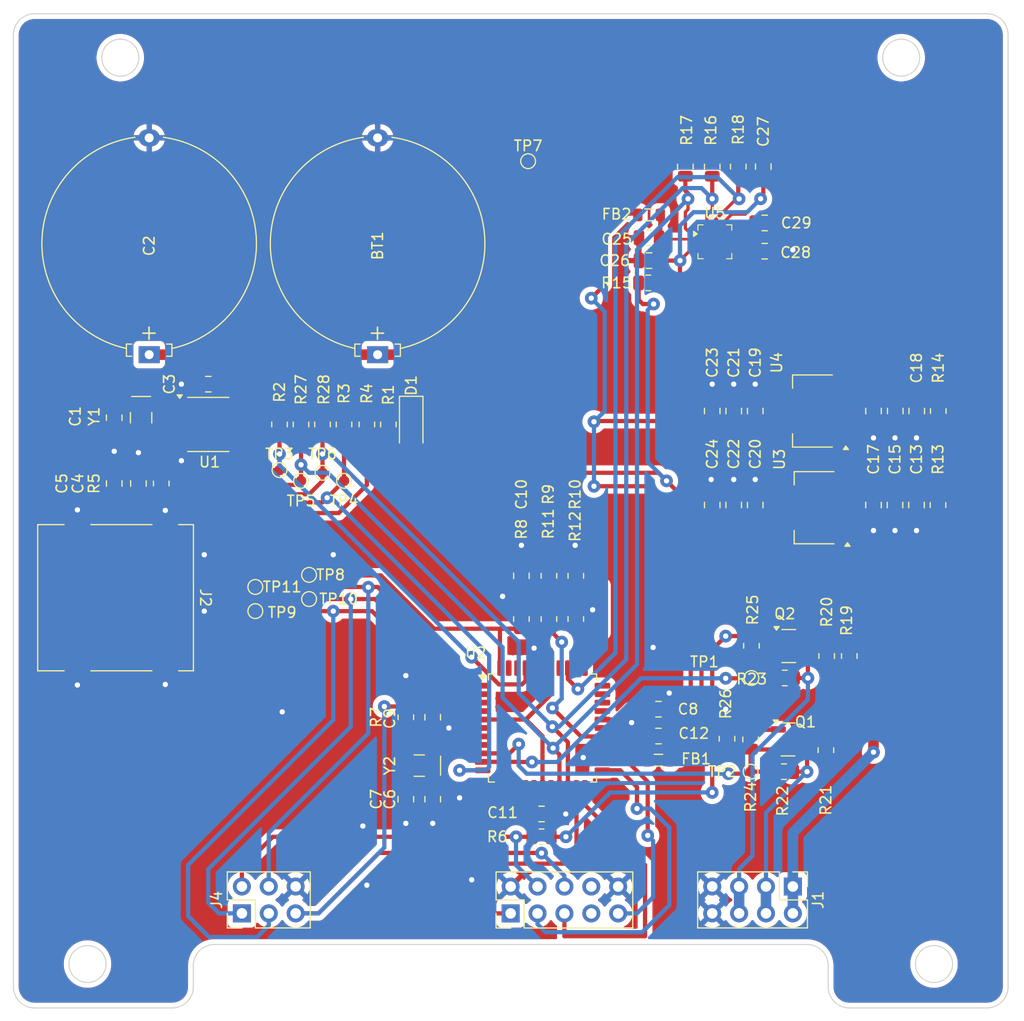
<source format=kicad_pcb>
(kicad_pcb (version 20241229) (generator "pcbnew") (generator_version "9.0")
  (layers (0 "F.Cu" signal) (2 "B.Cu" signal) (13 "F.Paste" user) (15 "B.Paste" user) (5 "F.SilkS" user "F.Silkscreen") (7 "B.SilkS" user "B.Silkscreen") (1 "F.Mask" user) (3 "B.Mask" user) (25 "Edge.Cuts" user))
  (net 0 "")
  (net 1 "GND")
  (net 2 "+3.3V")
  (net 3 "+3.3VA")
  (net 4 "Net-(D1-A)")
  (net 5 "/level_translator/RX")
  (net 6 "/level_translator/UART_RX")
  (net 7 "/level_translator/TX")
  (net 8 "/level_translator/UART_TX")
  (net 9 "+5V")
  (net 10 "/CLK0")
  (net 11 "/INT")
  (net 12 "/DRDY")
  (net 13 "/SCL")
  (net 14 "/SDA")
  (net 15 "/mc/TDI")
  (net 16 "/SS")
  (net 17 "/mc/TCK")
  (net 18 "/mc/TMS")
  (net 19 "/mc/TDO")
  (net 20 "/mc/~{RESET}")
  (net 21 "/SCK")
  (net 22 "/MOSI ")
  (net 23 "/MISO")
  (net 24 "Net-(BT1-+)")
  (net 25 "Net-(U1-OSCI)")
  (net 26 "Net-(U2-XTAL1)")
  (net 27 "Net-(U2-XTAL2)")
  (net 28 "Net-(U2-AREF)")
  (net 29 "Net-(U2-AVCC)")
  (net 30 "Net-(U3-VI)")
  (net 31 "Net-(U4-VI)")
  (net 32 "Net-(U5-AVDD)")
  (net 33 "Net-(U5-C1)")
  (net 34 "Net-(U5-CAD0)")
  (net 35 "Net-(U5-CAD1)")
  (net 40 "Net-(U2-PA3)")
  (net 41 "Net-(U2-PA2)")
  (net 59 "Net-(J2-VDD)")
  (net 60 "Net-(J3-VREF)")
  (net 61 "Net-(U5-DVDD)")
  (net 62 "Net-(Q1-G)")
  (net 63 "Net-(R1-Pad2)")
  (net 64 "Net-(R19-Pad2)")
  (footprint "Resistor_SMD:R_0805_2012Metric" (layer "F.Cu") (at 187 58.5)
    (property "Reference" "R15")
    (property "Value" "10")
  )
  (footprint "Inductor_SMD:L_0805_2012Metric" (layer "F.Cu") (at 187.071 52.07)
    (property "Reference" "FB2")
    (property "Value" "FerriteBead")
  )
  (footprint "Capacitor_SMD:C_0805_2012Metric" (layer "F.Cu") (at 187.067 56.393 180)
    (property "Reference" "C26")
    (property "Value" "0.22")
  )
  (footprint "Inductor_SMD:L_0805_2012Metric" (layer "F.Cu") (at 187.96 103.632 180)
    (property "Reference" "FB1")
    (property "Value" "FerriteBead")
  )
  (footprint "TestPoint:TestPoint_Pad_D1.0mm" (layer "F.Cu") (at 196.7465 95.85675)
    (property "Reference" "TP1")
    (property "Value" "TestPoint")
  )
  (footprint "Resistor_SMD:R_0805_2012Metric" (layer "F.Cu") (at 194.437 101.6 -90)
    (property "Reference" "R26")
    (property "Value" "10")
  )
  (footprint "Resistor_SMD:R_0805_2012Metric" (layer "F.Cu") (at 140.97 77.47 -90)
    (property "Reference" "R5")
    (property "Value" "10")
  )
  (footprint "Capacitor_SMD:C_0805_2012Metric" (layer "F.Cu") (at 175.006 86.1955 -90)
    (property "Reference" "C10")
    (property "Value" "0.22")
  )
  (footprint "Resistor_SMD:R_0805_2012Metric" (layer "F.Cu") (at 205.994 93.7768 -90)
    (property "Reference" "R19")
    (property "Value" "10")
  )
  (footprint "Resistor_SMD:R_0805_2012Metric" (layer "F.Cu") (at 156.21 71.882 -90)
    (property "Reference" "R28")
    (property "Value" "2.2k")
  )
  (footprint "Resistor_SMD:R_0805_2012Metric" (layer "F.Cu") (at 177.607 90.283 90)
    (property "Reference" "R11")
    (property "Value" "2.2k")
  )
  (footprint "Capacitor_SMD:C_0805_2012Metric" (layer "F.Cu") (at 166.624 99.568 90)
    (property "Reference" "C9")
    (property "Value" "0.22")
  )
  (footprint "Resistor_SMD:R_0805_2012Metric" (layer "F.Cu") (at 196.7465 92.80875 -90)
    (property "Reference" "R25")
    (property "Value" "2.2k")
  )
  (footprint "Resistor_SMD:R_0805_2012Metric" (layer "F.Cu") (at 203.8585 93.77775 90)
    (property "Reference" "R20")
    (property "Value" "2.2k")
  )
  (footprint "Capacitor_SMD:C_0805_2012Metric" (layer "F.Cu") (at 187.96 98.806 180)
    (property "Reference" "C8")
    (property "Value" "0.22")
  )
  (footprint "Crystal:Crystal_SMD_EuroQuartz_EQ161-2Pin_3.2x1.5mm" (layer "F.Cu") (at 139.065 71.247 -90)
    (property "Reference" "Y1")
    (property "Value" "32.768кГц")
  )
  (footprint "Capacitor_SMD:C_0805_2012Metric" (layer "F.Cu") (at 193.04 70.612 90)
    (property "Reference" "C23")
    (property "Value" "C")
  )
  (footprint "Battery:Battery_Panasonic_CR2032-HFN_Horizontal_CircularHoles" (layer "F.Cu") (at 139.826878 65.286 90)
    (property "Reference" "C2")
    (property "Value" "C_Polarized")
  )
  (footprint "Package_TO_SOT_SMD:SOT-23" (layer "F.Cu") (at 200.279 92.837)
    (property "Reference" "Q2")
    (property "Value" "BSS138")
  )
  (footprint "Capacitor_SMD:C_0805_2012Metric" (layer "F.Cu") (at 136.525 77.47 -90)
    (property "Reference" "C5")
    (property "Value" "100p")
  )
  (footprint "Capacitor_SMD:C_0805_2012Metric" (layer "F.Cu") (at 136.525 71.247 -90)
    (property "Reference" "C1")
    (property "Value" "22p")
  )
  (footprint "Capacitor_SMD:C_0805_2012Metric" (layer "F.Cu") (at 195.072 70.612 90)
    (property "Reference" "C21")
    (property "Value" "C")
  )
  (footprint "Capacitor_SMD:C_0805_2012Metric" (layer "F.Cu") (at 176.911 108.712 180)
    (property "Reference" "C11")
    (property "Value" "0.22")
  )
  (footprint "TestPoint:TestPoint_Pad_D1.0mm" (layer "F.Cu") (at 149.86 87.249)
    (property "Reference" "TP11")
    (property "Value" "TestPoint")
  )
  (footprint "Capacitor_SMD:C_0805_2012Metric" (layer "F.Cu") (at 208.28 70.612 -90)
    (property "Reference" "C16" (hide yes))
    (property "Value" "C")
  )
  (footprint "TestPoint:TestPoint_Pad_D1.0mm" (layer "F.Cu") (at 196.668 104.714)
    (property "Reference" "TP2")
    (property "Value" "TestPoint")
  )
  (footprint "Resistor_SMD:R_0805_2012Metric" (layer "F.Cu") (at 196.668 101.666 -90)
    (property "Reference" "R24")
    (property "Value" "2.2k")
  )
  (footprint "Capacitor_SMD:C_0805_2012Metric" (layer "F.Cu") (at 197.104 79.502 90)
    (property "Reference" "C20")
    (property "Value" "4.7")
  )
  (footprint "Resistor_SMD:R_0805_2012Metric" (layer "F.Cu") (at 160.401 71.882 -90)
    (property "Reference" "R4")
    (property "Value" "10")
  )
  (footprint "Capacitor_SMD:C_0805_2012Metric" (layer "F.Cu") (at 166.624 107.315 -90)
    (property "Reference" "C6")
    (property "Value" "22p")
  )
  (footprint "TestPoint:TestPoint_Pad_D1.0mm" (layer "F.Cu") (at 156.21 76.454)
    (property "Reference" "TP6")
    (property "Value" "SDA")
  )
  (footprint "Resistor_SMD:R_0805_2012Metric" (layer "F.Cu") (at 180.147 86.1955 90)
    (property "Reference" "R10")
    (property "Value" "2.2k")
  )
  (footprint "TestPoint:TestPoint_Pad_D1.0mm" (layer "F.Cu") (at 175.641 46.99)
    (property "Reference" "TP7")
    (property "Value" "TestPoint")
  )
  (footprint "Capacitor_SMD:C_0805_2012Metric" (layer "F.Cu") (at 198 55.5)
    (property "Reference" "C28")
    (property "Value" "4.7")
  )
  (footprint "TestPoint:TestPoint_Pad_D1.0mm" (layer "F.Cu") (at 154.94 88.392)
    (property "Reference" "TP10")
    (property "Value" "TestPoint")
  )
  (footprint "Resistor_SMD:R_0805_2012Metric" (layer "F.Cu") (at 176.911 110.871 180)
    (property "Reference" "R6")
    (property "Value" "10")
  )
  (footprint "Capacitor_SMD:C_0805_2012Metric" (layer "F.Cu") (at 164.084 107.315 -90)
    (property "Reference" "C7")
    (property "Value" "22p")
  )
  (footprint "Diode_SMD:D_MiniMELF" (layer "F.Cu") (at 164.592 71.882 -90)
    (property "Reference" "D1")
    (property "Value" "LL42")
  )
  (footprint "Connector_PinHeader_2.54mm:PinHeader_2x04_P2.54mm_Vertical" (layer "F.Cu") (at 200.66 115.57 -90)
    (property "Reference" "J1")
    (property "Value" "Conn_01x08_Pin")
  )
  (footprint "Resistor_SMD:R_0805_2012Metric" (layer "F.Cu") (at 162.433 71.882 90)
    (property "Reference" "R1")
    (property "Value" "10")
  )
  (footprint "Resistor_SMD:R_0805_2012Metric" (layer "F.Cu") (at 158.242 71.882 -90)
    (property "Reference" "R3")
    (property "Value" "2.2k")
  )
  (footprint "Resistor_SMD:R_0805_2012Metric" (layer "F.Cu") (at 180.147 90.283 90)
    (property "Reference" "R12")
    (property "Value" "2.2k")
  )
  (footprint "Resistor_SMD:R_0805_2012Metric" (layer "F.Cu") (at 164.084 99.568 90)
    (property "Reference" "R7")
    (property "Value" "2.2k")
  )
  (footprint "Resistor_SMD:R_0805_2012Metric" (layer "F.Cu") (at 190.5 47.498 -90)
    (property "Reference" "R17")
    (property "Value" "2.2k")
  )
  (footprint "Resistor_SMD:R_0805_2012Metric" (layer "F.Cu") (at 214.401 70.612 90)
    (property "Reference" "R14")
    (property "Value" "1")
  )
  (footprint "Resistor_SMD:R_0805_2012Metric" (layer "F.Cu") (at 199.8195 104.714 180)
    (property "Reference" "R22")
    (property "Value" "0")
  )
  (footprint "Connector_Card:microSD_HC_Molex_47219-2001" (layer "F.Cu") (at 136.652 88.265 -90)
    (property "Reference" "J2")
    (property "Value" "Micro_SD_Card")
  )
  (footprint "Package_SO:SOIC-8_3.9x4.9mm_P1.27mm" (layer "F.Cu") (at 145.415 71.882)
    (property "Reference" "U1")
    (property "Value" "PCF8563T")
  )
  (footprint "TestPoint:TestPoint_Pad_D1.0mm" (layer "F.Cu") (at 149.86 89.535)
    (property "Reference" "TP9")
    (property "Value" "TestPoint")
  )
  (footprint "Connector_PinHeader_2.54mm:PinHeader_2x03_P2.54mm_Vertical" (layer "F.Cu") (at 148.59 118.11 90)
    (property "Reference" "J4")
    (property "Value" "AVR-ISP-6")
  )
  (footprint "Crystal:Crystal_SMD_EuroQuartz_EQ161-2Pin_3.2x1.5mm" (layer "F.Cu") (at 165.354 104.14 180)
    (property "Reference" "Y2")
    (property "Value" "7.3728MHz")
  )
  (footprint "Capacitor_SMD:C_0805_2012Metric" (layer "F.Cu") (at 197.104 70.612 90)
    (property "Reference" "C19")
    (property "Value" "4.7")
  )
  (footprint "Battery:Battery_Panasonic_CR2032-HFN_Horizontal_CircularHoles" (layer "F.Cu") (at 161.416878 65.286 90)
    (property "Reference" "BT1")
    (property "Value" "Battery_Cell")
  )
  (footprint "Package_QFP:TQFP-44_10x10mm_P0.8mm" (layer "F.Cu") (at 177 100.584)
    (property "Reference" "U2")
    (property "Value" "ATmega32A-A")
  )
  (footprint "Capacitor_SMD:C_0805_2012Metric" (layer "F.Cu") (at 138.811 77.47 -90)
    (property "Reference" "C4")
    (property "Value" "0.22")
  )
  (footprint "TestPoint:TestPoint_Pad_D1.0mm" (layer "F.Cu") (at 154.94 86.106)
    (property "Reference" "TP8")
    (property "Value" "TestPoint")
  )
  (footprint "Capacitor_SMD:C_0805_2012Metric" (layer "F.Cu") (at 195.072 79.502 90)
    (property "Reference" "C22")
    (property "Value" "C")
  )
  (footprint "Resistor_SMD:R_0805_2012Metric" (layer "F.Cu") (at 152.146 71.882 -90)
    (property "Reference" "R2")
    (property "Value" "2.2k")
  )
  (footprint "Resistor_SMD:R_0805_2012Metric" (layer "F.Cu") (at 214.376 79.502 90)
    (property "Reference" "R13")
    (property "Value" "1")
  )
  (footprint "Package_TO_SOT_SMD:SOT-223-3_TabPin2" (layer "F.Cu") (at 202.54 70.612 180)
    (property "Reference" "U4")
    (property "Value" "AMS1117-3.3")
  )
  (footprint "Capacitor_SMD:C_0805_2012Metric" (layer "F.Cu") (at 212.369 70.612 -90)
    (property "Reference" "C18")
    (property "Value" "4.7")
  )
  (footprint "Resistor_SMD:R_0805_2012Metric" (layer "F.Cu") (at 203.78 102.682 90)
    (property "Reference" "R21")
    (property "Value" "2.2k")
  )
  (footprint "Resistor_SMD:R_0805_2012Metric" (layer "F.Cu") (at 175.006 90.283 -90)
    (property "Reference" "R8")
    (property "Value" "2.2k")
  )
  (footprint "Capacitor_SMD:C_0805_2012Metric" (layer "F.Cu") (at 210.312 79.502 -90)
    (property "Reference" "C15")
    (property "Value" "C")
  )
  (footprint "Capacitor_SMD:C_0805_2012Metric" (layer "F.Cu") (at 198 52.832)
    (property "Reference" "C29")
    (property "Value" "0.22")
  )
  (footprint "Connector_PinHeader_2.54mm:PinHeader_2x05_P2.54mm_Vertical" (layer "F.Cu") (at 173.99 118.115 90)
    (property "Reference" "J3" (hide yes))
    (property "Value" "AVR-JTAG-10")
  )
  (footprint "Capacitor_SMD:C_0805_2012Metric" (layer "F.Cu") (at 145.415 68.072)
    (property "Reference" "C3")
    (property "Value" "0.1")
  )
  (footprint "Capacitor_SMD:C_0805_2012Metric" (layer "F.Cu") (at 187.067 54.234 180)
    (property "Reference" "C25")
    (property "Value" "0.22")
  )
  (footprint "Package_TO_SOT_SMD:SOT-23" (layer "F.Cu") (at 200.2005 101.666)
    (property "Reference" "Q1")
    (property "Value" "BSS138")
  )
  (footprint "Resistor_SMD:R_0805_2012Metric" (layer "F.Cu") (at 177.607 86.1955 90)
    (property "Reference" "R9")
    (property "Value" "2.2k")
  )
  (footprint "Capacitor_SMD:C_0805_2012Metric" (layer "F.Cu") (at 197.866 47.5 90)
    (property "Reference" "C27")
    (property "Value" "0.22")
  )
  (footprint "Resistor_SMD:R_0805_2012Metric" (layer "F.Cu") (at 154.178 71.882 -90)
    (property "Reference" "R27")
    (property "Value" "2.2k")
  )
  (footprint "Capacitor_SMD:C_0805_2012Metric" (layer "F.Cu") (at 193.0396 79.502 90)
    (property "Reference" "C24")
    (property "Value" "C")
  )
  (footprint "Capacitor_SMD:C_0805_2012Metric" (layer "F.Cu") (at 187.96 101.346)
    (property "Reference" "C12")
    (property "Value" "0.22")
  )
  (footprint "Resistor_SMD:R_0805_2012Metric" (layer "F.Cu") (at 199.898 95.85675 180)
    (property "Reference" "R23")
    (property "Value" "0")
  )
  (footprint "Package_LGA:LGA-16_3x3mm_P0.5mm" (layer "F.Cu") (at 193.29 54.615)
    (property "Reference" "U5")
    (property "Value" "qmc5883l")
  )
  (footprint "TestPoint:TestPoint_Pad_D1.0mm" (layer "F.Cu") (at 152.146 76.2)
    (property "Reference" "TP3")
    (property "Value" "TestPoint")
  )
  (footprint "TestPoint:TestPoint_Pad_D1.0mm" (layer "F.Cu") (at 158.242 77.216)
    (property "Reference" "TP4")
    (property "Value" "TestPoint")
  )
  (footprint "Package_TO_SOT_SMD:SOT-223-3_TabPin2" (layer "F.Cu") (at 202.692 79.756 180)
    (property "Reference" "U3")
    (property "Value" "AMS1117-3.3")
  )
  (footprint "Resistor_SMD:R_0805_2012Metric" (layer "F.Cu") (at 195.5 47.5 -90)
    (property "Reference" "R18")
    (property "Value" "2.2k")
  )
  (footprint "Capacitor_SMD:C_0805_2012Metric" (layer "F.Cu") (at 212.344 79.502 -90)
    (property "Reference" "C13")
    (property "Value" "C")
  )
  (footprint "TestPoint:TestPoint_Pad_D1.0mm" (layer "F.Cu") (at 154.178 77.216)
    (property "Reference" "TP5")
    (property "Value" "SCL")
  )
  (footprint "Capacitor_SMD:C_0805_2012Metric" (layer "F.Cu") (at 208.28 79.502 -90)
    (property "Reference" "C17")
    (property "Value" "4.7")
  )
  (footprint "Capacitor_SMD:C_0805_2012Metric" (layer "F.Cu") (at 210.337 70.612 -90)
    (property "Reference" "C14" (hide yes))
    (property "Value" "C")
  )
  (footprint "Resistor_SMD:R_0805_2012Metric" (layer "F.Cu") (at 193.04 47.5 -90)
    (property "Reference" "R16")
    (property "Value" "2.2k")
  )
  (gr_arc (start 144 125.052) (mid 143.414214 126.466214) (end 142 127.052) (stroke (width 0.1)) (layer "Edge.Cuts"))
  (gr_arc (start 129 127.052) (mid 127.585786 126.466214) (end 127 125.052) (stroke (width 0.1)) (layer "Edge.Cuts"))
  (gr_arc (start 219 33.052) (mid 220.414214 33.637786) (end 221 35.052) (stroke (width 0.1)) (layer "Edge.Cuts"))
  (gr_line (start 144 123.052) (end 144 125.052) (stroke (width 0.1)) (layer "Edge.Cuts"))
  (gr_line (start 204 123.052) (end 204 125.052) (stroke (width 0.1)) (layer "Edge.Cuts"))
  (gr_arc (start 127 35.052) (mid 127.585786 33.637786) (end 129 33.052) (stroke (width 0.1)) (layer "Edge.Cuts"))
  (gr_circle (center 210.9 37.202) (end 212.65 37.202) (stroke (width 0.1)) (fill no) (layer "Edge.Cuts"))
  (gr_line (start 174 121.052) (end 202 121.052) (stroke (width 0.1)) (layer "Edge.Cuts"))
  (gr_line (start 206 127.052) (end 219 127.052) (stroke (width 0.1)) (layer "Edge.Cuts"))
  (gr_line (start 219 33.052) (end 129 33.052) (stroke (width 0.1)) (layer "Edge.Cuts"))
  (gr_circle (center 214 122.902) (end 215.75 122.902) (stroke (width 0.1)) (fill no) (layer "Edge.Cuts"))
  (gr_circle (center 137.1 37.202) (end 138.85 37.202) (stroke (width 0.1)) (fill no) (layer "Edge.Cuts"))
  (gr_line (start 174 121.052) (end 146 121.052) (stroke (width 0.1)) (layer "Edge.Cuts"))
  (gr_line (start 129 127.052) (end 142 127.052) (stroke (width 0.1)) (layer "Edge.Cuts"))
  (gr_line (start 127 35.052) (end 127 125.052) (stroke (width 0.1)) (layer "Edge.Cuts"))
  (gr_arc (start 206 127.052) (mid 204.585786 126.466214) (end 204 125.052) (stroke (width 0.1)) (layer "Edge.Cuts"))
  (gr_circle (center 134 122.902) (end 135.75 122.902) (stroke (width 0.1)) (fill no) (layer "Edge.Cuts"))
  (gr_arc (start 144 123.052) (mid 144.585786 121.637786) (end 146 121.052) (stroke (width 0.1)) (layer "Edge.Cuts"))
  (gr_arc (start 202 121.052) (mid 203.414214 121.637786) (end 204 123.052) (stroke (width 0.1)) (layer "Edge.Cuts"))
  (gr_arc (start 221 125.052) (mid 220.414214 126.466214) (end 219 127.052) (stroke (width 0.1)) (layer "Edge.Cuts"))
  (gr_line (start 221 125.052) (end 221 35.052) (stroke (width 0.1)) (layer "Edge.Cuts"))
  (segment (start 200.152 55.372) (end 200.024 55.5) (width 0.4) (layer "F.Cu") (net 1))
  (segment (start 196.088 56.896) (end 200.66 56.896) (width 0.3) (layer "F.Cu") (net 1))
  (segment (start 144.465 68.072) (end 144.465 71.247) (width 0.3) (layer "F.Cu") (net 1))
  (segment (start 133.052 95.14) (end 133.052 96.5132) (width 1) (layer "F.Cu") (net 1))
  (segment (start 171.3375 100.584) (end 168.148 100.584) (width 0.4) (layer "F.Cu") (net 1))
  (segment (start 195.58 56.388) (end 196.088 56.896) (width 0.3) (layer "F.Cu") (net 1))
  (segment (start 185.42 100.076) (end 184.912 100.584) (width 0.4) (layer "F.Cu") (net 1))
  (segment (start 195.58 55.88) (end 195.58 56.388) (width 0.3) (layer "F.Cu") (net 1))
  (segment (start 200.651 54.365) (end 200.66 54.356) (width 0.3) (layer "F.Cu") (net 1))
  (segment (start 141.352 80.011) (end 141.351 80.01) (width 1) (layer "F.Cu") (net 1))
  (segment (start 200.66 54.356) (end 200.66 55.372) (width 0.3) (layer "F.Cu") (net 1))
  (segment (start 200.66 56.896) (end 200.66 55.372) (width 0.3) (layer "F.Cu") (net 1))
  (segment (start 195.065 55.365) (end 195.58 55.88) (width 0.3) (layer "F.Cu") (net 1))
  (segment (start 184.912 100.584) (end 182.6625 100.584) (width 0.4) (layer "F.Cu") (net 1))
  (segment (start 133.052 96.5132) (end 133.0452 96.52) (width 1) (layer "F.Cu") (net 1))
  (segment (start 144.465 71.247) (end 142.94 71.247) (width 0.3) (layer "F.Cu") (net 1))
  (segment (start 141.352 95.14) (end 141.352 96.4692) (width 1) (layer "F.Cu") (net 1))
  (segment (start 164.084 108.265) (end 166.624 108.265) (width 0.4) (layer "F.Cu") (net 1))
  (segment (start 168.148 100.584) (end 166.624 100.584) (width 0.4) (layer "F.Cu") (net 1))
  (segment (start 177.8 106.2465) (end 177.8 108.651) (width 0.4) (layer "F.Cu") (net 1))
  (segment (start 177.8 108.651) (end 177.861 108.712) (width 0.4) (layer "F.Cu") (net 1))
  (segment (start 194.565 54.365) (end 200.651 54.365) (width 0.3) (layer "F.Cu") (net 1))
  (segment (start 141.352 96.4692) (end 141.352 96.519) (width 1) (layer "F.Cu") (net 1))
  (segment (start 176.201349 93.397349) (end 177 94.196) (width 0.4) (layer "F.Cu") (net 1))
  (segment (start 177 96.177) (end 177 94.9215) (width 0.4) (layer "F.Cu") (net 1))
  (segment (start 200.024 55.5) (end 198.95 55.5) (width 0.4) (layer "F.Cu") (net 1))
  (segment (start 141.352 96.519) (end 141.351 96.52) (width 1) (layer "F.Cu") (net 1))
  (segment (start 177 94.196) (end 177 94.9215) (width 0.4) (layer "F.Cu") (net 1))
  (segment (start 133.052 79.966) (end 133.0452 79.9592) (width 1) (layer "F.Cu") (net 1))
  (segment (start 194.565 55.365) (end 195.065 55.365) (width 0.3) (layer "F.Cu") (net 1))
  (segment (start 176.201349 93.033563) (end 176.201349 93.397349) (width 0.4) (layer "F.Cu") (net 1))
  (segment (start 200.66 55.372) (end 200.152 55.372) (width 0.4) (layer "F.Cu") (net 1))
  (via (at 164.084 109.601) (size 1.2) (drill 0.5) (layers "F.Cu" "B.Cu") (net 1))
  (via (at 188.976 97.282) (size 1.2) (drill 0.5) (layers "F.Cu" "B.Cu") (net 1))
  (via (at 160.401 115.443) (size 1.2) (drill 0.5) (layers "F.Cu" "B.Cu") (net 1))
  (via (at 133.0452 96.52) (size 1.2) (drill 0.5) (layers "F.Cu" "B.Cu") (net 1))
  (via (at 170.307 114.935) (size 1.2) (drill 0.5) (layers "F.Cu" "B.Cu") (net 1))
  (via (at 142.875 75.311) (size 1.2) (drill 0.5) (layers "F.Cu" "B.Cu") (net 1))
  (via (at 168.148 100.584) (size 1.2) (drill 0.5) (layers "F.Cu" "B.Cu") (net 1))
  (via (at 185.42 100.076) (size 1.2) (drill 0.5) (layers "F.Cu" "B.Cu") (net 1))
  (via (at 195.072 77.089) (size 1.2) (drill 0.5) (layers "F.Cu" "B.Cu") (net 1))
  (via (at 164.084 95.631) (size 1.2) (drill 0.5) (layers "F.Cu" "B.Cu") (net 1))
  (via (at 180.086 83.312) (size 1.2) (drill 0.5) (layers "F.Cu" "B.Cu") (net 1))
  (via (at 138.811 74.549) (size 1.2) (drill 0.5) (layers "F.Cu" "B.Cu") (net 1))
  (via (at 194.31 98.806) (size 1.2) (drill 0.5) (layers "F.Cu" "B.Cu") (net 1))
  (via (at 145.034 89.535) (size 1.2) (drill 0.5) (layers "F.Cu" "B.Cu") (net 1))
  (via (at 200.66 55.372) (size 1.2) (drill 0.5) (layers "F.Cu" "B.Cu") (net 1))
  (via (at 208.28 73.152) (size 1.2) (drill 0.5) (layers "F.Cu" "B.Cu") (net 1))
  (via (at 181.737 89.408) (size 1.2) (drill 0.5) (layers "F.Cu" "B.Cu") (net 1))
  (via (at 136.525 74.422) (size 1.2) (drill 0.5) (layers "F.Cu" "B.Cu") (net 1))
  (via (at 152.4 99.06) (size 1.2) (drill 0.5) (layers "F.Cu" "B.Cu") (net 1))
  (via (at 157.226 84.201) (size 1.2) (drill 0.5) (layers "F.Cu" "B.Cu") (net 1))
  (via (at 197.104 77.089) (size 1.2) (drill 0.5) (layers "F.Cu" "B.Cu") (net 1))
  (via (at 160.02 109.855) (size 1.2) (drill 0.5) (layers "F.Cu" "B.Cu") (net 1))
  (via (at 133.0452 79.9592) (size 1.2) (drill 0.5) (layers "F.Cu" "B.Cu") (net 1))
  (via (at 142.875 68.072) (size 1.2) (drill 0.5) (layers "F.Cu" "B.Cu") (net 1))
  (via (at 187.452 92.964) (size 1.2) (drill 0.5) (layers "F.Cu" "B.Cu") (net 1))
  (via (at 193.04 68.072) (size 1.2) (drill 0.5) (layers "F.Cu" "B.Cu") (net 1))
  (via (at 179.197 108.712) (size 1.2) (drill 0.5) (layers "F.Cu" "B.Cu") (net 1))
  (via (at 195.072 68.072) (size 1.2) (drill 0.5) (layers "F.Cu" "B.Cu") (net 1))
  (via (at 141.351 80.01) (size 1.2) (drill 0.5) (layers "F.Cu" "B.Cu") (net 1))
  (via (at 166.624 109.601) (size 1.2) (drill 0.5) (layers "F.Cu" "B.Cu") (net 1))
  (via (at 175.006 83.312) (size 1.2) (drill 0.5) (layers "F.Cu" "B.Cu") (net 1))
  (via (at 145.034 84.201) (size 1.2) (drill 0.5) (layers "F.Cu" "B.Cu") (net 1))
  (via (at 212.344 73.152) (size 1.2) (drill 0.5) (layers "F.Cu" "B.Cu") (net 1))
  (via (at 169.164 107.188) (size 1.2) (drill 0.5) (layers "F.Cu" "B.Cu") (net 1))
  (via (at 176.201349 93.033563) (size 1.2) (drill 0.5) (layers "F.Cu" "B.Cu") (net 1))
  (via (at 210.312 73.152) (size 1.2) (drill 0.5) (layers "F.Cu" "B.Cu") (net 1))
  (via (at 212.344 81.915) (size 1.2) (drill 0.5) (layers "F.Cu" "B.Cu") (net 1))
  (via (at 210.312 81.915) (size 1.2) (drill 0.5) (layers "F.Cu" "B.Cu") (net 1))
  (via (at 141.352 96.4692) (size 1.2) (drill 0.5) (layers "F.Cu" "B.Cu") (net 1))
  (via (at 208.28 81.915) (size 1.2) (drill 0.5) (layers "F.Cu" "B.Cu") (net 1))
  (via (at 173.228 88.138) (size 1.2) (drill 0.5) (layers "F.Cu" "B.Cu") (net 1))
  (via (at 192.938 77.089) (size 1.2) (drill 0.5) (layers "F.Cu" "B.Cu") (net 1))
  (via (at 180.848 103.378) (size 1.2) (drill 0.5) (layers "F.Cu" "B.Cu") (net 1))
  (via (at 197.104 68.072) (size 1.2) (drill 0.5) (layers "F.Cu" "B.Cu") (net 1))
  (segment (start 193.294 118.11) (end 193.04 117.856) (width 0.4) (layer "B.Cu") (net 1))
  (segment (start 193.04 115.824) (end 193.294 115.57) (width 0.4) (layer "B.Cu") (net 1))
  (segment (start 193.04 106.68) (end 193.04 102.5125) (width 0.4) (layer "F.Cu") (net 2))
  (segment (start 192.024 82.804) (end 193.0396 81.7884) (width 0.4) (layer "F.Cu") (net 2))
  (segment (start 195.072 80.452) (end 197.104 80.452) (width 0.4) (layer "F.Cu") (net 2))
  (segment (start 187.96 76.454) (end 160.401 76.454) (width 0.4) (layer "F.Cu") (net 2))
  (segment (start 160.401 72.7945) (end 160.401 76.454) (width 0.4) (layer "F.Cu") (net 2))
  (segment (start 193.1435 102.5125) (end 194.437 102.5125) (width 0.4) (layer "F.Cu") (net 2))
  (segment (start 188.722 77.216) (end 187.96 76.454) (width 0.4) (layer "F.Cu") (net 2))
  (segment (start 205.842 79.756) (end 199.542 79.756) (width 1) (layer "F.Cu") (net 2))
  (segment (start 146.939 80.264) (end 143.2325 76.5575) (width 0.4) (layer "F.Cu") (net 2))
  (segment (start 143.2325 76.5575) (end 140.843 76.5575) (width 0.4) (layer "F.Cu") (net 2))
  (segment (start 197.104 80.452) (end 198.592 80.452) (width 0.4) (layer "F.Cu") (net 2))
  (segment (start 186.0875 58.5) (end 186.0875 60.1035) (width 0.4) (layer "F.Cu") (net 2))
  (segment (start 157.734 80.264) (end 146.939 80.264) (width 0.4) (layer "F.Cu") (net 2))
  (segment (start 193.0396 81.7884) (end 193.0396 80.452) (width 0.4) (layer "F.Cu") (net 2))
  (segment (start 193.0396 80.452) (end 195.072 80.452) (width 0.4) (layer "F.Cu") (net 2))
  (segment (start 193.04 102.5125) (end 192.024 101.4965) (width 0.4) (layer "F.Cu") (net 2))
  (segment (start 186.484 60.5) (end 187.5 60.5) (width 0.4) (layer "F.Cu") (net 2))
  (segment (start 191.958 80.452) (end 193.0396 80.452) (width 0.4) (layer "F.Cu") (net 2))
  (segment (start 160.401 76.454) (end 160.401 72.839315) (width 0.4) (layer "F.Cu") (net 2))
  (segment (start 193.04 102.5125) (end 193.1435 102.5125) (width 0.4) (layer "F.Cu") (net 2))
  (segment (start 188.722 77.216) (end 191.958 80.452) (width 0.4) (layer "F.Cu") (net 2))
  (segment (start 160.401 76.454) (end 160.401 77.597) (width 0.4) (layer "F.Cu") (net 2))
  (segment (start 198.592 80.452) (end 199.542 79.502) (width 0.4) (layer "F.Cu") (net 2))
  (segment (start 160.401 77.597) (end 157.734 80.264) (width 0.4) (layer "F.Cu") (net 2))
  (segment (start 177.8235 110.871) (end 179.213 110.871) (width 0.4) (layer "F.Cu") (net 2))
  (segment (start 186.0875 60.1035) (end 186.484 60.5) (width 0.4) (layer "F.Cu") (net 2))
  (segment (start 192.024 101.4965) (end 192.024 82.804) (width 0.4) (layer "F.Cu") (net 2))
  (via (at 179.213 110.871) (size 1.2) (drill 0.5) (layers "F.Cu" "B.Cu") (net 2))
  (via (at 193.04 106.68) (size 1.2) (drill 0.5) (layers "F.Cu" "B.Cu") (net 2))
  (via (at 187.5 60.5) (size 1.2) (drill 0.5) (layers "F.Cu" "B.Cu") (net 2))
  (via (at 188.722 77.216) (size 1.2) (drill 0.5) (layers "F.Cu" "B.Cu") (net 2))
  (segment (start 186.944 61.056) (end 186.944 75.438) (width 0.4) (layer "B.Cu") (net 2))
  (segment (start 186.944 75.438) (end 188.722 77.216) (width 0.4) (layer "B.Cu") (net 2))
  (segment (start 193.04 106.553) (end 192.913 106.68) (width 0.4) (layer "B.Cu") (net 2))
  (segment (start 192.913 106.68) (end 183.404 106.68) (width 0.4) (layer "B.Cu") (net 2))
  (segment (start 187.5 60.5) (end 186.944 61.056) (width 0.4) (layer "B.Cu") (net 2))
  (segment (start 183.404 106.68) (end 179.213 110.871) (width 0.4) (layer "B.Cu") (net 2))
  (segment (start 193.04 106.68) (end 193.04 106.553) (width 0.4) (layer "B.Cu") (net 2))
  (segment (start 195.072 71.562) (end 193.04 71.562) (width 0.4) (layer "F.Cu") (net 3))
  (segment (start 182.88 53.848) (end 184.785 51.943) (width 0.4) (layer "F.Cu") (net 3))
  (segment (start 181.61 59.944) (end 182.88 58.674) (width 0.4) (layer "F.Cu") (net 3))
  (segment (start 205.69 70.612) (end 199.39 70.612) (width 1) (layer "F.Cu") (net 3))
  (segment (start 191.008 102.616) (end 189.992 103.632) (width 0.4) (layer "F.Cu") (net 3))
  (segment (start 198.592 71.562) (end 199.542 70.612) (width 0.4) (layer "F.Cu") (net 3))
  (segment (start 186.944 77.724) (end 191.008 81.788) (width 0.4) (layer "F.Cu") (net 3))
  (segment (start 182.88 58.674) (end 182.88 53.848) (width 0.4) (layer "F.Cu") (net 3))
  (segment (start 199.39 70.764) (end 199.542 70.612) (width 1) (layer "F.Cu") (net 3))
  (segment (start 191.008 81.788) (end 191.008 102.616) (width 0.4) (layer "F.Cu") (net 3))
  (segment (start 184.785 51.943) (end 186.0085 51.943) (width 0.4) (layer "F.Cu") (net 3))
  (segment (start 181.864 77.724) (end 186.944 77.724) (width 0.4) (layer "F.Cu") (net 3))
  (segment (start 197.104 71.562) (end 198.592 71.562) (width 0.4) (layer "F.Cu") (net 3))
  (segment (start 181.864 71.628) (end 181.93 71.562) (width 0.4) (layer "F.Cu") (net 3))
  (segment (start 189.992 103.632) (end 189.0225 103.632) (width 0.4) (layer "F.Cu") (net 3))
  (segment (start 181.93 71.562) (end 193.04 71.562) (width 0.4) (layer "F.Cu") (net 3))
  (segment (start 197.104 71.562) (end 195.072 71.562) (width 0.4) (layer "F.Cu") (net 3))
  (via (at 181.864 77.724) (size 1.2) (drill 0.5) (layers "F.Cu" "B.Cu") (net 3))
  (via (at 181.864 71.628) (size 1.2) (drill 0.5) (layers "F.Cu" "B.Cu") (net 3))
  (via (at 181.61 59.944) (size 1.2) (drill 0.5) (layers "F.Cu" "B.Cu") (net 3))
  (segment (start 182.88 70.612) (end 181.864 71.628) (width 0.4) (layer "B.Cu") (net 3))
  (segment (start 182.88 61.214) (end 182.88 70.612) (width 0.4) (layer "B.Cu") (net 3))
  (segment (start 181.864 77.724) (end 181.864 71.628) (width 0.4) (layer "B.Cu") (net 3))
  (segment (start 181.61 59.944) (end 182.88 61.214) (width 0.4) (layer "B.Cu") (net 3))
  (segment (start 162.433 73.632) (end 165.227 73.632) (width 0.4) (layer "F.Cu") (net 4))
  (segment (start 162.433 72.7945) (end 162.433 73.632) (width 0.4) (layer "F.Cu") (net 4))
  (segment (start 202.51 101.666) (end 203.78 101.666) (width 0.4) (layer "F.Cu") (net 5))
  (segment (start 202.51 102.428) (end 202.51 101.666) (width 0.4) (layer "F.Cu") (net 5))
  (segment (start 201.138 101.666) (end 202.51 101.666) (width 0.4) (layer "F.Cu") (net 5))
  (segment (start 202.002 104.714) (end 202.002 102.936) (width 0.4) (layer "F.Cu") (net 5))
  (segment (start 202.002 104.714) (end 200.732 104.714) (width 0.4) (layer "F.Cu") (net 5))
  (segment (start 202.002 102.936) (end 202.51 102.428) (width 0.4) (layer "F.Cu") (net 5))
  (via (at 202.002 104.714) (size 1.2) (drill 0.5) (layers "F.Cu" "B.Cu") (net 5))
  (segment (start 198.374 115.57) (end 198.12 115.316) (width 0.4) (layer "B.Cu") (net 5))
  (segment (start 198.12 115.316) (end 198.12 108.596) (width 0.4) (layer "B.Cu") (net 5))
  (segment (start 198.12 108.596) (end 202.002 104.714) (width 0.4) (layer "B.Cu") (net 5))
  (segment (start 198.12 118.11) (end 198.12 115.57) (width 1) (layer "B.Cu") (net 5))
  (segment (start 173.876 102.984) (end 171.3375 102.984) (width 0.4) (layer "F.Cu") (net 6))
  (segment (start 174.752 102.108) (end 173.876 102.984) (width 0.4) (layer "F.Cu") (net 6))
  (segment (start 196.668 104.46) (end 196.668 102.5785) (width 0.4) (layer "F.Cu") (net 6))
  (segment (start 196.48 104.902) (end 196.668 104.714) (width 0.4) (layer "F.Cu") (net 6))
  (segment (start 196.668 104.714) (end 198.907 104.714) (width 0.4) (layer "F.Cu") (net 6))
  (segment (start 199.263 102.616) (end 196.7055 102.616) (width 0.4) (layer "F.Cu") (net 6))
  (segment (start 194.563 104.902) (end 196.48 104.902) (width 0.4) (layer "F.Cu") (net 6))
  (via (at 194.563 104.902) (size 1.2) (drill 0.5) (layers "F.Cu" "B.Cu") (net 6))
  (via (at 174.752 102.108) (size 1.2) (drill 0.5) (layers "F.Cu" "B.Cu") (net 6))
  (segment (start 194.563 104.902) (end 175.514 104.902) (width 0.4) (layer "B.Cu") (net 6))
  (segment (start 174.752 104.14) (end 174.752 102.108) (width 0.4) (layer "B.Cu") (net 6))
  (segment (start 175.514 104.902) (end 174.752 104.14) (width 0.4) (layer "B.Cu") (net 6))
  (segment (start 200.8105 95.85675) (end 202.0805 95.85675) (width 0.4) (layer "F.Cu") (net 7))
  (segment (start 201.13975 95.53225) (end 201.168 95.5605) (width 0.4) (layer "F.Cu") (net 7))
  (segment (start 202.3345 92.837) (end 203.83025 92.837) (width 0.4) (layer "F.Cu") (net 7))
  (segment (start 201.2165 92.837) (end 202.3345 92.837) (width 0.4) (layer "F.Cu") (net 7))
  (segment (start 202.0805 94.07875) (end 202.3345 93.82475) (width 0.4) (layer "F.Cu") (net 7))
  (segment (start 202.0805 95.85675) (end 202.0805 94.07875) (width 0.4) (layer "F.Cu") (net 7))
  (segment (start 202.3345 93.82475) (end 202.3345 92.837) (width 0.4) (layer "F.Cu") (net 7))
  (via (at 202.0805 95.85675) (size 1.2) (drill 0.5) (layers "F.Cu" "B.Cu") (net 7))
  (segment (start 196.85 103.124) (end 196.85 112.649) (width 0.4) (layer "B.Cu") (net 7))
  (segment (start 195.58 113.919) (end 195.58 115.316) (width 0.4) (layer "B.Cu") (net 7))
  (segment (start 195.58 115.824) (end 195.834 115.57) (width 0.3) (layer "B.Cu") (net 7))
  (segment (start 202.0805 97.8935) (end 196.85 103.124) (width 0.4) (layer "B.Cu") (net 7))
  (segment (start 195.58 115.316) (end 195.834 115.57) (width 0.4) (layer "B.Cu") (net 7))
  (segment (start 196.85 112.649) (end 195.58 113.919) (width 0.4) (layer "B.Cu") (net 7))
  (segment (start 202.0805 95.85675) (end 202.0805 97.8935) (width 0.4) (layer "B.Cu") (net 7))
  (segment (start 195.58 118.11) (end 195.58 115.57) (width 1) (layer "B.Cu") (net 7))
  (segment (start 195.834 118.11) (end 195.58 117.856) (width 0.3) (layer "B.Cu") (net 7))
  (segment (start 176 103.798214) (end 174.839786 103.798214) (width 0.4) (layer "F.Cu") (net 8))
  (segment (start 174.839786 103.798214) (end 174.825572 103.784) (width 0.4) (layer "F.Cu") (net 8))
  (segment (start 198.9855 95.85675) (end 196.7465 95.85675) (width 0.4) (layer "F.Cu") (net 8))
  (segment (start 194.31 95.885) (end 196.71825 95.885) (width 0.4) (layer "F.Cu") (net 8))
  (segment (start 174.825572 103.784) (end 171.3375 103.784) (width 0.4) (layer "F.Cu") (net 8))
  (segment (start 196.7465 95.85675) (end 196.7465 93.72125) (width 0.4) (layer "F.Cu") (net 8))
  (segment (start 199.3415 93.787) (end 196.81225 93.787) (width 0.4) (layer "F.Cu") (net 8))
  (segment (start 196.71825 95.885) (end 196.7465 95.85675) (width 0.4) (layer "F.Cu") (net 8))
  (via (at 176 103.798214) (size 1.2) (drill 0.5) (layers "F.Cu" "B.Cu") (net 8))
  (via (at 194.31 95.885) (size 1.2) (drill 0.5) (layers "F.Cu" "B.Cu") (net 8))
  (segment (start 186.309 95.885) (end 178.395786 103.798214) (width 0.4) (layer "B.Cu") (net 8))
  (segment (start 194.31 95.885) (end 186.309 95.885) (width 0.4) (layer "B.Cu") (net 8))
  (segment (start 178.395786 103.798214) (end 176 103.798214) (width 0.4) (layer "B.Cu") (net 8))
  (segment (start 208.28 92.71) (end 217.17 83.82) (width 1) (layer "F.Cu") (net 9))
  (segment (start 217.17 80.645) (end 217.17 80.01) (width 1) (layer "F.Cu") (net 9))
  (segment (start 200.914 115.316) (end 201.168 115.57) (width 0.4) (layer "F.Cu") (net 9))
  (segment (start 214.376 80.4145) (end 216.9395 80.4145) (width 1) (layer "F.Cu") (net 9))
  (segment (start 205.994 92.8643) (end 207.4164 92.8643) (width 0.4) (layer "F.Cu") (net 9))
  (segment (start 216.3045 71.5245) (end 214.401 71.5245) (width 1) (layer "F.Cu") (net 9))
  (segment (start 215.646 80.4145) (end 214.376 80.4145) (width 0.4) (layer "F.Cu") (net 9))
  (segment (start 217.17 80.01) (end 217.17 72.39) (width 1) (layer "F.Cu") (net 9))
  (segment (start 216.9395 80.4145) (end 217.17 80.645) (width 1) (layer "F.Cu") (net 9))
  (segment (start 208.28 102.87) (end 208.28 92.71) (width 1) (layer "F.Cu") (net 9))
  (segment (start 217.17 72.39) (end 216.3045 71.5245) (width 1) (layer "F.Cu") (net 9))
  (segment (start 208.1257 92.8643) (end 208.28 92.71) (width 1) (layer "F.Cu") (net 9))
  (segment (start 217.17 83.82) (end 217.17 80.01) (width 1) (layer "F.Cu") (net 9))
  (segment (start 205.994 92.8643) (end 208.1257 92.8643) (width 1) (layer "F.Cu") (net 9))
  (via (at 208.28 102.87) (size 1.2) (drill 0.5) (layers "F.Cu" "B.Cu") (net 9))
  (segment (start 200.66 118.11) (end 200.66 115.57) (width 1) (layer "B.Cu") (net 9))
  (segment (start 200.66 115.316) (end 200.914 115.57) (width 0.4) (layer "B.Cu") (net 9))
  (segment (start 208.28 102.87) (end 200.66 110.49) (width 1) (layer "B.Cu") (net 9))
  (segment (start 200.66 115.824) (end 200.914 115.57) (width 0.3) (layer "B.Cu") (net 9))
  (segment (start 200.66 110.49) (end 200.66 115.57) (width 1) (layer "B.Cu") (net 9))
  (segment (start 200.914 118.11) (end 200.66 117.856) (width 0.3) (layer "B.Cu") (net 9))
  (segment (start 150.876 73.152) (end 148.971 71.247) (width 0.4) (layer "F.Cu") (net 10))
  (segment (start 170.307 93.891108) (end 172.875001 96.459109) (width 0.4) (layer "F.Cu") (net 10))
  (segment (start 151.384 76.2) (end 150.876 75.692) (width 0.4) (layer "F.Cu") (net 10))
  (segment (start 172.875001 96.459109) (end 175.066891 96.459109) (width 0.4) (layer "F.Cu") (net 10))
  (segment (start 152.146 76.2) (end 152.146 74.676) (width 0.4) (layer "F.Cu") (net 10))
  (segment (start 175.4 96.126) (end 175.4 94.9215) (width 0.4) (layer "F.Cu") (net 10))
  (segment (start 175.066891 96.459109) (end 175.4 96.126) (width 0.4) (layer "F.Cu") (net 10))
  (segment (start 148.971 71.247) (end 147.89 71.247) (width 0.4) (layer "F.Cu") (net 10))
  (segment (start 152.146 76.2) (end 151.384 76.2) (width 0.4) (layer "F.Cu") (net 10))
  (segment (start 150.876 75.692) (end 150.876 73.152) (width 0.4) (layer "F.Cu") (net 10))
  (segment (start 152.146 72.7945) (end 152.146 74.676) (width 0.4) (layer "F.Cu") (net 10))
  (via (at 152.146 74.676) (size 1.2) (drill 0.5) (layers "F.Cu" "B.Cu") (net 10))
  (via (at 170.307 93.891108) (size 1.2) (drill 0.5) (layers "F.Cu" "B.Cu") (net 10))
  (segment (start 170.307 93.891108) (end 152.146 75.730108) (width 0.4) (layer "B.Cu") (net 10))
  (segment (start 152.146 75.730108) (end 152.146 74.676) (width 0.4) (layer "B.Cu") (net 10))
  (segment (start 156.644053 78.813947) (end 156.21 79.248) (width 0.4) (layer "F.Cu") (net 11))
  (segment (start 147.574 79.248) (end 145.415 77.089) (width 0.4) (layer "F.Cu") (net 11))
  (segment (start 145.415 77.089) (end 145.415 73.533) (width 0.4) (layer "F.Cu") (net 11))
  (segment (start 169.164 104.584) (end 171.3375 104.584) (width 0.4) (layer "F.Cu") (net 11))
  (segment (start 158.242 77.216) (end 158.242 72.7945) (width 0.4) (layer "F.Cu") (net 11))
  (segment (start 144.399 72.517) (end 142.94 72.517) (width 0.4) (layer "F.Cu") (net 11))
  (segment (start 145.415 73.533) (end 144.399 72.517) (width 0.4) (layer "F.Cu") (net 11))
  (segment (start 156.644053 78.813947) (end 158.242 77.216) (width 0.4) (layer "F.Cu") (net 11))
  (segment (start 156.21 79.248) (end 147.574 79.248) (width 0.4) (layer "F.Cu") (net 11))
  (via (at 156.644053 78.813947) (size 1.2) (drill 0.5) (layers "F.Cu" "B.Cu") (net 11))
  (via (at 169.164 104.584) (size 1.2) (drill 0.5) (layers "F.Cu" "B.Cu") (net 11))
  (segment (start 171.958 93.726) (end 157.045947 78.813947) (width 0.4) (layer "B.Cu") (net 11))
  (segment (start 157.045947 78.813947) (end 156.644053 78.813947) (width 0.4) (layer "B.Cu") (net 11))
  (segment (start 169.164 104.584) (end 171.64 104.584) (width 0.4) (layer "B.Cu") (net 11))
  (segment (start 171.64 104.584) (end 171.958 104.266) (width 0.4) (layer "B.Cu") (net 11))
  (segment (start 171.958 104.266) (end 171.958 93.726) (width 0.4) (layer "B.Cu") (net 11))
  (segment (start 195.58 50.372) (end 195.5 50.292) (width 0.4) (layer "F.Cu") (net 12))
  (segment (start 179.4 94.9215) (end 179.4 95.961) (width 0.4) (layer "F.Cu") (net 12))
  (segment (start 195.58 50.552) (end 195.32 50.552) (width 0.3) (layer "F.Cu") (net 12))
  (segment (start 195.5 50.292) (end 195.5 48.4125) (width 0.4) (layer "F.Cu") (net 12))
  (segment (start 193.04 52.832) (end 193.04 53.34) (width 0.3) (layer "F.Cu") (net 12))
  (segment (start 179.4 95.961) (end 180.34 96.901) (width 0.4) (layer "F.Cu") (net 12))
  (segment (start 195.32 50.552) (end 193.04 52.832) (width 0.3) (layer "F.Cu") (net 12))
  (segment (start 195.58 50.552) (end 195.58 50.372) (width 0.4) (layer "F.Cu") (net 12))
  (via (at 180.34 96.901) (size 1.2) (drill 0.5) (layers "F.Cu" "B.Cu") (net 12))
  (via (at 195.58 50.552) (size 1.2) (drill 0.5) (layers "F.Cu" "B.Cu") (net 12))
  (segment (start 193.528 48.5) (end 189.752 48.5) (width 0.4) (layer "B.Cu") (net 12))
  (segment (start 183.896 93.472) (end 180.467 96.901) (width 0.4) (layer "B.Cu") (net 12))
  (segment (start 180.467 96.901) (end 180.34 96.901) (width 0.4) (layer "B.Cu") (net 12))
  (segment (start 195.58 50.552) (end 193.528 48.5) (width 0.4) (layer "B.Cu") (net 12))
  (segment (start 183.896 54.356) (end 183.896 93.472) (width 0.4) (layer "B.Cu") (net 12))
  (segment (start 189.752 48.5) (end 183.896 54.356) (width 0.4) (layer "B.Cu") (net 12))
  (segment (start 178.58042 106.22692) (end 178.6 106.2465) (width 0.4) (layer "F.Cu") (net 13))
  (segment (start 190.754 51.546) (end 190.5 51.8) (width 0.3) (layer "F.Cu") (net 13))
  (segment (start 153.797 77.597) (end 151.765 77.597) (width 0.4) (layer "F.Cu") (net 13))
  (segment (start 150.175 76.007) (end 150.175 73.721) (width 0.4) (layer "F.Cu") (net 13))
  (segment (start 190.5 49.784) (end 190.5 48.4105) (width 0.4) (layer "F.Cu") (net 13))
  (segment (start 190.754 50.546) (end 190.754 51.546) (width 0.3) (layer "F.Cu") (net 13))
  (segment (start 177.999999 102.489) (end 178.6 103.089001) (width 0.4) (layer "F.Cu") (net 13))
  (segment (start 154.178 75.692) (end 154.178 72.7945) (width 0.4) (layer "F.Cu") (net 13))
  (segment (start 178.6 103.089001) (end 178.6 106.2465) (width 0.4) (layer "F.Cu") (net 13))
  (segment (start 151.765 77.597) (end 150.175 76.007) (width 0.4) (layer "F.Cu") (net 13))
  (segment (start 190.5 51.8) (end 190.5 53.34) (width 0.3) (layer "F.Cu") (net 13))
  (segment (start 154.178 75.692) (end 154.178 77.216) (width 0.4) (layer "F.Cu") (net 13))
  (segment (start 154.178 77.216) (end 153.797 77.597) (width 0.4) (layer "F.Cu") (net 13))
  (segment (start 191.025 53.865) (end 192.015 53.865) (width 0.3) (layer "F.Cu") (net 13))
  (segment (start 148.971 72.517) (end 147.89 72.517) (width 0.4) (layer "F.Cu") (net 13))
  (segment (start 190.754 50.038) (end 190.5 49.784) (width 0.4) (layer "F.Cu") (net 13))
  (segment (start 190.754 50.546) (end 190.754 50.038) (width 0.4) (layer "F.Cu") (net 13))
  (segment (start 150.175 73.721) (end 148.971 72.517) (width 0.4) (layer "F.Cu") (net 13))
  (segment (start 190.5 53.34) (end 191.025 53.865) (width 0.3) (layer "F.Cu") (net 13))
  (via (at 190.754 50.546) (size 1.2) (drill 0.5) (layers "F.Cu" "B.Cu") (net 13))
  (via (at 177.999999 102.489) (size 1.2) (drill 0.5) (layers "F.Cu" "B.Cu") (net 13))
  (via (at 154.178 75.692) (size 1.2) (drill 0.5) (layers "F.Cu" "B.Cu") (net 13))
  (segment (start 185.928 55.372) (end 185.928 94.560999) (width 0.4) (layer "B.Cu") (net 13))
  (segment (start 185.928 94.560999) (end 177.999999 102.489) (width 0.4) (layer "B.Cu") (net 13))
  (segment (start 173.228 92.964) (end 173.228 97.717001) (width 0.4) (layer "B.Cu") (net 13))
  (segment (start 154.178 75.692) (end 154.94 76.454) (width 0.4) (layer "B.Cu") (net 13))
  (segment (start 156.718 76.454) (end 173.228 92.964) (width 0.4) (layer "B.Cu") (net 13))
  (segment (start 154.94 76.454) (end 156.718 76.454) (width 0.4) (layer "B.Cu") (net 13))
  (segment (start 190.754 50.546) (end 185.928 55.372) (width 0.4) (layer "B.Cu") (net 13))
  (segment (start 173.228 97.717001) (end 177.999999 102.489) (width 0.4) (layer "B.Cu") (net 13))
  (segment (start 156.21 77.216) (end 154.94 78.486) (width 0.4) (layer "F.Cu") (net 14))
  (segment (start 148.971 73.787) (end 147.89 73.787) (width 0.4) (layer "F.Cu") (net 14))
  (segment (start 149.474 74.29) (end 148.971 73.787) (width 0.4) (layer "F.Cu") (net 14))
  (segment (start 193.04 50.546) (end 193.04 51.562) (width 0.3) (layer "F.Cu") (net 14))
  (segment (start 193.04 51.562) (end 192.54 52.062) (width 0.3) (layer "F.Cu") (net 14))
  (segment (start 149.474 76.449) (end 149.474 74.29) (width 0.4) (layer "F.Cu") (net 14))
  (segment (start 193.04 48.4125) (end 193.04 50.546) (width 0.4) (layer "F.Cu") (net 14))
  (segment (start 154.94 78.486) (end 151.511 78.486) (width 0.4) (layer "F.Cu") (net 14))
  (segment (start 156.21 74.676) (end 156.21 72.7945) (width 0.4) (layer "F.Cu") (net 14))
  (segment (start 156.21 74.676) (end 156.21 77.216) (width 0.4) (layer "F.Cu") (net 14))
  (segment (start 179.4 101.93) (end 179.4 106.2465) (width 0.4) (layer "F.Cu") (net 14))
  (segment (start 192.54 52.062) (end 192.54 53.34) (width 0.3) (layer "F.Cu") (net 14))
  (segment (start 177.927 100.457) (end 179.4 101.93) (width 0.4) (layer "F.Cu") (net 14))
  (segment (start 151.511 78.486) (end 149.474 76.449) (width 0.4) (layer "F.Cu") (net 14))
  (via (at 193.04 50.546) (size 1.2) (drill 0.5) (layers "F.Cu" "B.Cu") (net 14))
  (via (at 156.21 74.676) (size 1.2) (drill 0.5) (layers "F.Cu" "B.Cu") (net 14))
  (via (at 177.927 100.457) (size 1.2) (drill 0.5) (layers "F.Cu" "B.Cu") (net 14))
  (segment (start 178.562 100.457) (end 177.927 100.457) (width 0.4) (layer "B.Cu") (net 14))
  (segment (start 177.927 100.457) (end 174.752 97.282) (width 0.4) (layer "B.Cu") (net 14))
  (segment (start 174.752 97.282) (end 174.752 92.456) (width 0.4) (layer "B.Cu") (net 14))
  (segment (start 192.024 49.53) (end 190.246 49.53) (width 0.4) (layer "B.Cu") (net 14))
  (segment (start 184.912 94.107) (end 178.562 100.457) (width 0.4) (layer "B.Cu") (net 14))
  (segment (start 193.04 50.546) (end 192.024 49.53) (width 0.4) (layer "B.Cu") (net 14))
  (segment (start 184.912 54.864) (end 184.912 94.107) (width 0.4) (layer "B.Cu") (net 14))
  (segment (start 190.246 49.53) (end 184.912 54.864) (width 0.4) (layer "B.Cu") (net 14))
  (segment (start 156.972 74.676) (end 156.21 74.676) (width 0.4) (layer "B.Cu") (net 14))
  (segment (start 174.752 92.456) (end 156.972 74.676) (width 0.4) (layer "B.Cu") (net 14))
  (segment (start 185.064 103.784) (end 182.6625 103.784) (width 0.4) (layer "F.Cu") (net 15))
  (segment (start 186.944 110.744) (end 186.944 105.664) (width 0.4) (layer "F.Cu") (net 15))
  (segment (start 186.944 105.664) (end 185.064 103.784) (width 0.4) (layer "F.Cu") (net 15))
  (via (at 186.944 110.744) (size 1.2) (drill 0.5) (layers "F.Cu" "B.Cu") (net 15))
  (segment (start 185.928 118.11) (end 185.674 118.11) (width 0.4) (layer "B.Cu") (net 15))
  (segment (start 186.944 110.744) (end 187.452 111.252) (width 0.4) (layer "B.Cu") (net 15))
  (segment (start 185.674 118.11) (end 185.669 118.115) (width 0.4) (layer "B.Cu") (net 15))
  (segment (start 187.452 111.252) (end 187.452 116.586) (width 0.4) (layer "B.Cu") (net 15))
  (segment (start 185.669 118.115) (end 184.15 118.115) (width 0.4) (layer "B.Cu") (net 15))
  (segment (start 187.452 116.586) (end 185.928 118.11) (width 0.4) (layer "B.Cu") (net 15))
  (segment (start 175.067 91.1955) (end 173.9995 91.1955) (width 0.4) (layer "F.Cu") (net 16))
  (segment (start 173.9995 91.1955) (end 172.974 91.1955) (width 0.4) (layer "F.Cu") (net 16))
  (segment (start 161.725 86.16) (end 138.752 86.16) (width 0.4) (layer "F.Cu") (net 16))
  (segment (start 173.9995 91.1955) (end 166.7605 91.1955) (width 0.4) (layer "F.Cu") (net 16))
  (segment (start 166.7605 91.1955) (end 161.725 86.16) (width 0.4) (layer "F.Cu") (net 16))
  (segment (start 172.974 94.182) (end 173 94.208) (width 0.4) (layer "F.Cu") (net 16))
  (segment (start 173 94.208) (end 173 94.9215) (width 0.4) (layer "F.Cu") (net 16))
  (segment (start 175.006 91.1955) (end 173.9995 91.1955) (width 0.4) (layer "F.Cu") (net 16))
  (segment (start 172.974 91.1955) (end 172.974 94.182) (width 0.4) (layer "F.Cu") (net 16))
  (segment (start 180.2 106.2465) (end 180.213 106.2595) (width 0.4) (layer "F.Cu") (net 17))
  (segment (start 171.577 113.538) (end 171.577 118.115) (width 0.4) (layer "F.Cu") (net 17))
  (segment (start 180.213 106.2595) (end 180.213 113.411) (width 0.4) (layer "F.Cu") (net 17))
  (segment (start 180.213 113.411) (end 171.704 113.411) (width 0.4) (layer "F.Cu") (net 17))
  (segment (start 171.704 113.411) (end 171.577 113.538) (width 0.4) (layer "F.Cu") (net 17))
  (segment (start 171.577 118.115) (end 173.99 118.115) (width 0.4) (layer "F.Cu") (net 17))
  (segment (start 181 107.848) (end 181 106.2465) (width 0.4) (layer "F.Cu") (net 18))
  (segment (start 179.07 120.269) (end 186.69 120.269) (width 0.4) (layer "F.Cu") (net 18))
  (segment (start 179.07 118.115) (end 179.07 120.269) (width 0.4) (layer "F.Cu") (net 18))
  (segment (start 186.69 120.269) (end 186.69 113.538) (width 0.4) (layer "F.Cu") (net 18))
  (segment (start 186.69 113.538) (end 181 107.848) (width 0.4) (layer "F.Cu") (net 18))
  (segment (start 184.34 104.584) (end 182.6625 104.584) (width 0.4) (layer "F.Cu") (net 19))
  (segment (start 185.928 106.172) (end 184.34 104.584) (width 0.4) (layer "F.Cu") (net 19))
  (segment (start 185.928 108.204) (end 185.928 106.172) (width 0.4) (layer "F.Cu") (net 19))
  (via (at 185.928 108.204) (size 1.2) (drill 0.5) (layers "F.Cu" "B.Cu") (net 19))
  (segment (start 187.198 108.204) (end 188.976 109.982) (width 0.4) (layer "B.Cu") (net 19))
  (segment (start 185.928 108.204) (end 187.198 108.204) (width 0.4) (layer "B.Cu") (net 19))
  (segment (start 177.292 119.888) (end 176.53 119.126) (width 0.4) (layer "B.Cu") (net 19))
  (segment (start 188.976 109.982) (end 188.976 117.348) (width 0.4) (layer "B.Cu") (net 19))
  (segment (start 176.53 119.126) (end 176.53 118.115) (width 0.4) (layer "B.Cu") (net 19))
  (segment (start 186.436 119.888) (end 177.292 119.888) (width 0.4) (layer "B.Cu") (net 19))
  (segment (start 188.976 117.348) (end 186.436 119.888) (width 0.4) (layer "B.Cu") (net 19))
  (segment (start 155.829001 118.11) (end 153.67 118.11) (width 0.4) (layer "F.Cu") (net 20))
  (segment (start 163.9805 98.552) (end 164.084 98.6555) (width 0.4) (layer "F.Cu") (net 20))
  (segment (start 164.084 98.044) (end 164.084 98.6555) (width 0.4) (layer "F.Cu") (net 20))
  (segment (start 167.64 97.536) (end 164.592 97.536) (width 0.4) (layer "F.Cu") (net 20))
  (segment (start 169.088 98.984) (end 167.64 97.536) (width 0.4) (layer "F.Cu") (net 20))
  (segment (start 176.911 112.411) (end 176.895 112.395) (width 0.4) (layer "F.Cu") (net 20))
  (segment (start 164.592 97.536) (end 164.084 98.044) (width 0.4) (layer "F.Cu") (net 20))
  (segment (start 171.3375 98.984) (end 169.088 98.984) (width 0.4) (layer "F.Cu") (net 20))
  (segment (start 162.052 98.552) (end 163.9805 98.552) (width 0.4) (layer "F.Cu") (net 20))
  (segment (start 161.544001 112.395) (end 155.829001 118.11) (width 0.4) (layer "F.Cu") (net 20))
  (segment (start 176.895 112.395) (end 161.544001 112.395) (width 0.4) (layer "F.Cu") (net 20))
  (via (at 162.052 98.552) (size 1.2) (drill 0.5) (layers "F.Cu" "B.Cu") (net 20))
  (via (at 176.911 112.411) (size 1.2) (drill 0.5) (layers "F.Cu" "B.Cu") (net 20))
  (segment (start 155.829 118.11) (end 153.67 118.11) (width 0.4) (layer "B.Cu") (net 20))
  (segment (start 162.052 111.887) (end 155.829 118.11) (width 0.4) (layer "B.Cu") (net 20))
  (segment (start 176.911 112.411) (end 176.927 112.411) (width 0.4) (layer "B.Cu") (net 20))
  (segment (start 162.052 98.552) (end 162.052 111.887) (width 0.4) (layer "B.Cu") (net 20))
  (segment (start 179.07 114.554) (end 179.07 115.575) (width 0.4) (layer "B.Cu") (net 20))
  (segment (start 176.927 112.411) (end 179.07 114.554) (width 0.4) (layer "B.Cu") (net 20))
  (segment (start 169.53449 98.184) (end 171.3375 98.184) (width 0.4) (layer "F.Cu") (net 21))
  (segment (start 149.225 89.535) (end 145.796 92.964) (width 0.4) (layer "F.Cu") (net 21))
  (segment (start 151.638 89.535) (end 149.225 89.535) (width 0.4) (layer "F.Cu") (net 21))
  (segment (start 140.462 92.964) (end 140.462 93.726) (width 0.4) (layer "F.Cu") (net 21))
  (segment (start 140.462 93.726) (end 136.525 93.726) (width 0.4) (layer "F.Cu") (net 21))
  (segment (start 145.796 92.964) (end 140.462 92.964) (width 0.4) (layer "F.Cu") (net 21))
  (segment (start 136.525 93.726) (end 136.525 89.46) (width 0.4) (layer "F.Cu") (net 21))
  (segment (start 160.88549 89.535) (end 169.53449 98.184) (width 0.4) (layer "F.Cu") (net 21))
  (segment (start 136.525 89.46) (end 138.752 89.46) (width 0.4) (layer "F.Cu") (net 21))
  (segment (start 157.226 89.535) (end 151.638 89.535) (width 0.4) (layer "F.Cu") (net 21))
  (segment (start 157.226 89.535) (end 160.88549 89.535) (width 0.4) (layer "F.Cu") (net 21))
  (via (at 157.226 89.535) (size 1.2) (drill 0.5) (layers "F.Cu" "B.Cu") (net 21))
  (segment (start 150.032 120.351) (end 151.13 119.253) (width 0.4) (layer "B.Cu") (net 21))
  (segment (start 143.51 113.538) (end 143.51 118.364) (width 0.4) (layer "B.Cu") (net 21))
  (segment (start 143.51 118.364) (end 145.497 120.351) (width 0.4) (layer "B.Cu") (net 21))
  (segment (start 151.13 119.253) (end 151.13 118.11) (width 0.4) (layer "B.Cu") (net 21))
  (segment (start 157.226 99.822) (end 143.51 113.538) (width 0.4) (layer "B.Cu") (net 21))
  (segment (start 157.226 89.535) (end 157.226 99.822) (width 0.4) (layer "B.Cu") (net 21))
  (segment (start 145.497 120.351) (end 150.032 120.351) (width 0.4) (layer "B.Cu") (net 21))
  (segment (start 160.566 87.249) (end 161.417 87.249) (width 0.4) (layer "F.Cu") (net 22))
  (segment (start 160.510786 87.249) (end 150.771 87.249) (width 0.4) (layer "F.Cu") (net 22))
  (segment (start 160.538393 87.276607) (end 160.566 87.249) (width 0.4) (layer "F.Cu") (net 22))
  (segment (start 160.538393 87.276607) (end 160.510786 87.249) (width 0.4) (layer "F.Cu") (net 22))
  (segment (start 170.752 96.584) (end 171.3375 96.584) (width 0.4) (layer "F.Cu") (net 22))
  (segment (start 161.417 87.249) (end 170.752 96.584) (width 0.4) (layer "F.Cu") (net 22))
  (segment (start 150.771 87.249) (end 150.76 87.26) (width 0.4) (layer "F.Cu") (net 22))
  (segment (start 150.76 87.26) (end 138.752 87.26) (width 0.4) (layer "F.Cu") (net 22))
  (via (at 160.538393 87.276607) (size 1.2) (drill 0.5) (layers "F.Cu" "B.Cu") (net 22))
  (segment (start 160.538393 101.081607) (end 151.13 110.49) (width 0.4) (layer "B.Cu") (net 22))
  (segment (start 151.13 110.49) (end 151.13 115.57) (width 0.4) (layer "B.Cu") (net 22))
  (segment (start 160.538393 87.276607) (end 160.538393 101.081607) (width 0.4) (layer "B.Cu") (net 22))
  (segment (start 148.463 88.392) (end 145.195 91.66) (width 0.4) (layer "F.Cu") (net 23))
  (segment (start 161.163 88.392) (end 170.155 97.384) (width 0.4) (layer "F.Cu") (net 23))
  (segment (start 170.155 97.384) (end 171.3375 97.384) (width 0.4) (layer "F.Cu") (net 23))
  (segment (start 158.877 88.392) (end 148.463 88.392) (width 0.4) (layer "F.Cu") (net 23))
  (segment (start 145.195 91.66) (end 138.752 91.66) (width 0.4) (layer "F.Cu") (net 23))
  (segment (start 158.877 88.392) (end 161.163 88.392) (width 0.4) (layer "F.Cu") (net 23))
  (via (at 158.877 88.392) (size 1.2) (drill 0.5) (layers "F.Cu" "B.Cu") (net 23))
  (segment (start 158.877 88.392) (end 158.877 100.457) (width 0.4) (layer "B.Cu") (net 23))
  (segment (start 146.431 118.11) (end 148.59 118.11) (width 0.4) (layer "B.Cu") (net 23))
  (segment (start 145.415 117.094) (end 146.431 118.11) (width 0.4) (layer "B.Cu") (net 23))
  (segment (start 145.415 113.919) (end 145.415 117.094) (width 0.4) (layer "B.Cu") (net 23))
  (segment (start 158.877 100.457) (end 145.415 113.919) (width 0.4) (layer "B.Cu") (net 23))
  (segment (start 146.365 68.072) (end 146.365 69.977) (width 0.3) (layer "F.Cu") (net 24))
  (segment (start 139.826878 65.286) (end 146.05 65.286) (width 1) (layer "F.Cu") (net 24))
  (segment (start 164.592 70.132) (end 164.592 66.167) (width 1) (layer "F.Cu") (net 24))
  (segment (start 165.227 70.132) (end 164.592 70.132) (width 0.4) (layer "F.Cu") (net 24))
  (segment (start 146.05 65.286) (end 161.416878 65.286) (width 1) (layer "F.Cu") (net 24))
  (segment (start 146.365 65.601) (end 146.05 65.286) (width 1) (layer "F.Cu") (net 24))
  (segment (start 146.365 68.072) (end 146.365 65.601) (width 1) (layer "F.Cu") (net 24))
  (segment (start 164.592 66.167) (end 163.711 65.286) (width 1) (layer "F.Cu") (net 24))
  (segment (start 163.711 65.286) (end 161.416878 65.286) (width 1) (layer "F.Cu") (net 24))
  (segment (start 139.691878 65.151) (end 139.826878 65.286) (width 1) (layer "F.Cu") (net 24))
  (segment (start 146.365 69.977) (end 147.89 69.977) (width 0.3) (layer "F.Cu") (net 24))
  (segment (start 139.065 69.997) (end 142.92 69.997) (width 0.4) (layer "F.Cu") (net 25))
  (segment (start 139.085 69.977) (end 139.065 69.997) (width 0.3) (layer "F.Cu") (net 25))
  (segment (start 142.92 69.997) (end 142.94 69.977) (width 0.4) (layer "F.Cu") (net 25))
  (segment (start 139.065 69.997) (end 137.775 69.997) (width 0.4) (layer "F.Cu") (net 25))
  (segment (start 137.775 69.997) (end 137.475 70.297) (width 0.4) (layer "F.Cu") (net 25))
  (segment (start 137.475 70.297) (end 136.525 70.297) (width 0.4) (layer "F.Cu") (net 25))
  (segment (start 169.596 102.184) (end 169.164 102.616) (width 0.4) (layer "F.Cu") (net 26))
  (segment (start 169.164 102.616) (end 167.005 102.616) (width 0.4) (layer "F.Cu") (net 26))
  (segment (start 166.624 106.365) (end 166.624 104.16) (width 0.5) (layer "F.Cu") (net 26))
  (segment (start 171.3375 102.184) (end 169.596 102.184) (width 0.4) (layer "F.Cu") (net 26))
  (segment (start 167.005 102.616) (end 166.604 103.017) (width 0.4) (layer "F.Cu") (net 26))
  (segment (start 166.604 103.017) (end 166.604 104.521) (width 0.4) (layer "F.Cu") (net 26))
  (segment (start 169.037 101.727) (end 164.973 101.727) (width 0.4) (layer "F.Cu") (net 27))
  (segment (start 171.3375 101.384) (end 169.38 101.384) (width 0.4) (layer "F.Cu") (net 27))
  (segment (start 164.104 104.14) (end 164.104 106.345) (width 0.4) (layer "F.Cu") (net 27))
  (segment (start 169.38 101.384) (end 169.037 101.727) (width 0.4) (layer "F.Cu") (net 27))
  (segment (start 164.104 102.596) (end 164.104 104.521) (width 0.4) (layer "F.Cu") (net 27))
  (segment (start 164.973 101.727) (end 164.104 102.596) (width 0.4) (layer "F.Cu") (net 27))
  (segment (start 182.6625 99.784) (end 184.296372 99.784) (width 0.4) (layer "F.Cu") (net 28))
  (segment (start 184.296372 99.784) (end 185.274372 98.806) (width 0.4) (layer "F.Cu") (net 28))
  (segment (start 185.274372 98.806) (end 187.01 98.806) (width 0.4) (layer "F.Cu") (net 28))
  (segment (start 180.632 101.384) (end 182.6625 101.384) (width 0.4) (layer "F.Cu") (net 29))
  (segment (start 186.8975 103.632) (end 186.8975 101.4585) (width 0.4) (layer "F.Cu") (net 29))
  (segment (start 182.7005 101.346) (end 187.01 101.346) (width 0.4) (layer "F.Cu") (net 29))
  (segment (start 186.8975 101.4585) (end 187.01 101.346) (width 0.4) (layer "F.Cu") (net 29))
  (segment (start 178.816 92.456) (end 177.607 91.247) (width 0.4) (layer "F.Cu") (net 29))
  (segment (start 182.6625 101.384) (end 182.7005 101.346) (width 0.4) (layer "F.Cu") (net 29))
  (segment (start 177.935607 98.687607) (end 180.632 101.384) (width 0.4) (layer "F.Cu") (net 29))
  (segment (start 177.607 91.247) (end 177.607 91.1955) (width 0.4) (layer "F.Cu") (net 29))
  (via (at 177.935607 98.687607) (size 1.2) (drill 0.5) (layers "F.Cu" "B.Cu") (net 29))
  (via (at 178.816 92.456) (size 1.2) (drill 0.5) (layers "F.Cu" "B.Cu") (net 29))
  (segment (start 178.816 97.807214) (end 177.935607 98.687607) (width 0.4) (layer "B.Cu") (net 29))
  (segment (start 178.816 92.456) (end 178.816 97.807214) (width 0.4) (layer "B.Cu") (net 29))
  (segment (start 214.26 77.202) (end 214.376 77.318) (width 0.4) (layer "F.Cu") (net 30))
  (segment (start 212.242 77.202) (end 214.26 77.202) (width 0.4) (layer "F.Cu") (net 30))
  (segment (start 214.376 77.318) (end 214.376 78.5895) (width 0.4) (layer "F.Cu") (net 30))
  (segment (start 208.28 77.354) (end 208.432 77.202) (width 0.4) (layer "F.Cu") (net 30))
  (segment (start 205.842 77.202) (end 208.432 77.202) (width 0.4) (layer "F.Cu") (net 30))
  (segment (start 210.464 77.202) (end 212.242 77.202) (width 0.4) (layer "F.Cu") (net 30))
  (segment (start 212.344 77.304) (end 212.242 77.202) (width 0.4) (layer "F.Cu") (net 30))
  (segment (start 212.344 78.552) (end 212.344 77.304) (width 0.4) (layer "F.Cu") (net 30))
  (segment (start 208.432 77.202) (end 210.464 77.202) (width 0.4) (layer "F.Cu") (net 30))
  (segment (start 210.312 77.354) (end 210.464 77.202) (width 0.4) (layer "F.Cu") (net 30))
  (segment (start 208.28 78.552) (end 208.28 77.354) (width 0.4) (layer "F.Cu") (net 30))
  (segment (start 210.312 78.552) (end 210.312 77.354) (width 0.4) (layer "F.Cu") (net 30))
  (segment (start 214.401 69.6995) (end 214.401 68.351) (width 0.4) (layer "F.Cu") (net 31))
  (segment (start 210.312 68.312) (end 208.28 68.312) (width 0.4) (layer "F.Cu") (net 31))
  (segment (start 212.369 68.337) (end 212.344 68.312) (width 0.4) (layer "F.Cu") (net 31))
  (segment (start 208.28 69.662) (end 208.28 68.312) (width 0.4) (layer "F.Cu") (net 31))
  (segment (start 205.842 68.312) (end 205.867 68.287) (width 1) (layer "F.Cu") (net 31))
  (segment (start 212.369 69.662) (end 212.369 68.337) (width 0.4) (layer "F.Cu") (net 31))
  (segment (start 210.337 69.662) (end 210.337 68.337) (width 0.4) (layer "F.Cu") (net 31))
  (segment (start 210.337 68.337) (end 210.312 68.312) (width 0.4) (layer "F.Cu") (net 31))
  (segment (start 212.344 68.312) (end 210.312 68.312) (width 0.4) (layer "F.Cu") (net 31))
  (segment (start 208.28 68.312) (end 205.842 68.312) (width 0.4) (layer "F.Cu") (net 31))
  (segment (start 214.401 68.351) (end 214.362 68.312) (width 0.4) (layer "F.Cu") (net 31))
  (segment (start 214.362 68.312) (end 212.344 68.312) (width 0.4) (layer "F.Cu") (net 31))
  (segment (start 188.1335 52.07) (end 188.1335 54.1175) (width 0.4) (layer "F.Cu") (net 32))
  (segment (start 188.017 54.234) (end 188.148 54.365) (width 0.25) (layer "F.Cu") (net 32))
  (segment (start 188.1335 54.1175) (end 188.017 54.234) (width 0.4) (layer "F.Cu") (net 32))
  (segment (start 188.148 54.365) (end 192.015 54.365) (width 0.25) (layer "F.Cu") (net 32))
  (segment (start 194.565 54.865) (end 196.415 54.865) (width 0.3) (layer "F.Cu") (net 33))
  (segment (start 196.415 54.865) (end 197.05 55.5) (width 0.3) (layer "F.Cu") (net 33))
  (segment (start 194.04 57.04) (end 194.5 57.5) (width 0.3) (layer "F.Cu") (net 34))
  (segment (start 202.184 52.832) (end 198.95 52.832) (width 0.3) (layer "F.Cu") (net 34))
  (segment (start 194.04 55.89) (end 194.04 57.04) (width 0.3) (layer "F.Cu") (net 34))
  (segment (start 202.184 57.5) (end 202.184 52.832) (width 0.3) (layer "F.Cu") (net 34))
  (segment (start 194.5 57.5) (end 202.184 57.5) (width 0.3) (layer "F.Cu") (net 34))
  (segment (start 195.635 53.865) (end 196 53.5) (width 0.3) (layer "F.Cu") (net 35))
  (segment (start 196 52.92) (end 196.088 52.832) (width 0.3) (layer "F.Cu") (net 35))
  (segment (start 196 53.5) (end 196 52.92) (width 0.3) (layer "F.Cu") (net 35))
  (segment (start 194.565 53.865) (end 195.635 53.865) (width 0.3) (layer "F.Cu") (net 35))
  (segment (start 196.088 52.832) (end 197.05 52.832) (width 0.3) (layer "F.Cu") (net 35))
  (segment (start 181 93.32) (end 182.753 91.567) (width 0.4) (layer "F.Cu") (net 40))
  (segment (start 180.147 87.108) (end 178.816 87.108) (width 0.4) (layer "F.Cu") (net 40))
  (segment (start 182.753 87.108) (end 180.147 87.108) (width 0.4) (layer "F.Cu") (net 40))
  (segment (start 182.753 91.567) (end 182.753 87.108) (width 0.4) (layer "F.Cu") (net 40))
  (segment (start 178.816 87.108) (end 178.816 85.5135) (width 0.4) (layer "F.Cu") (net 40))
  (segment (start 181 94.9215) (end 181 93.32) (width 0.4) (layer "F.Cu") (net 40))
  (segment (start 178.816 85.5135) (end 177.8375 85.5135) (width 0.4) (layer "F.Cu") (net 40))
  (segment (start 178.877 91.059) (end 179.0135 91.1955) (width 0.4) (layer "F.Cu") (net 41))
  (segment (start 178.5995 89.3705) (end 178.877 89.648) (width 0.4) (layer "F.Cu") (net 41))
  (segment (start 179.0135 91.1955) (end 180.147 91.1955) (width 0.4) (layer "F.Cu") (net 41))
  (segment (start 177.607 89.3705) (end 178.5995 89.3705) (width 0.4) (layer "F.Cu") (net 41))
  (segment (start 178.877 89.648) (end 178.877 91.059) (width 0.4) (layer "F.Cu") (net 41))
  (segment (start 180.2 94.9215) (end 180.2 91.2485) (width 0.4) (layer "F.Cu") (net 41))
  (segment (start 180.2 91.2485) (end 180.147 91.1955) (width 0.4) (layer "F.Cu") (net 41))
  (segment (start 136.525 88.36) (end 138.752 88.36) (width 0.4) (layer "F.Cu") (net 59))
  (segment (start 136.525 78.42) (end 139.4085 78.42) (width 0.4) (layer "F.Cu") (net 59))
  (segment (start 139.4085 78.42) (end 139.446 78.3825) (width 0.4) (layer "F.Cu") (net 59))
  (segment (start 138.7215 78.3825) (end 138.684 78.42) (width 0.4) (layer "F.Cu") (net 59))
  (segment (start 136.525 78.42) (end 136.525 88.36) (width 0.4) (layer "F.Cu") (net 59))
  (segment (start 140.843 78.3825) (end 139.446 78.3825) (width 0.4) (layer "F.Cu") (net 59))
  (segment (start 139.446 78.3825) (end 138.7215 78.3825) (width 0.4) (layer "F.Cu") (net 59))
  (segment (start 175.4245 87.1455) (end 177.5695 87.1455) (width 0.4) (layer "F.Cu") (net 60))
  (segment (start 165.2035 100.4805) (end 164.084 100.4805) (width 0.4) (layer "F.Cu") (net 60))
  (segment (start 176.088 108.585) (end 175.961 108.458) (width 0.4) (layer "F.Cu") (net 60))
  (segment (start 174.498 110.871) (end 151.511 110.871) (width 0.4) (layer "F.Cu") (net 60))
  (segment (start 177.5695 87.1455) (end 177.607 87.108) (width 0.4) (layer "F.Cu") (net 60))
  (segment (start 177.8 97.409) (end 177.8 94.9215) (width 0.4) (layer "F.Cu") (net 60))
  (segment (start 171.3375 99.784) (end 168.763628 99.784) (width 0.4) (layer "F.Cu") (net 60))
  (segment (start 176.276 89.408) (end 176.276 87.183) (width 0.4) (layer "F.Cu") (net 60))
  (segment (start 165.354 98.806) (end 165.354 100.33) (width 0.4) (layer "F.Cu") (net 60))
  (segment (start 176.53 98.679) (end 175.425 99.784) (width 0.4) (layer "F.Cu") (net 60))
  (segment (start 168.544 99.583) (end 167.645 98.684) (width 0.4) (layer "F.Cu") (net 60))
  (segment (start 175.9985 108.7495) (end 175.961 108.712) (width 0.4) (layer "F.Cu") (net 60))
  (segment (start 148.59 113.792) (end 148.59 115.57) (width 0.4) (layer "F.Cu") (net 60))
  (segment (start 175.9985 110.871) (end 175.9985 108.7495) (width 0.4) (layer "F.Cu") (net 60))
  (segment (start 175.425 99.784) (end 177.8 97.409) (width 0.4) (layer "F.Cu") (net 60))
  (segment (start 176.2385 89.3705) (end 176.276 89.408) (width 0.4) (layer "F.Cu") (net 60))
  (segment (start 176.276 91.694) (end 176.276 89.408) (width 0.4) (layer "F.Cu") (net 60))
  (segment (start 164.084 100.4805) (end 163.707872 100.4805) (width 0.4) (layer "F.Cu") (net 60))
  (segment (start 177.607 87.108) (end 177.8375 87.3385) (width 0.4) (layer "F.Cu") (net 60))
  (segment (start 177.8 93.218) (end 176.276 91.694) (width 0.4) (layer "F.Cu") (net 60))
  (segment (start 175.194 87.376) (end 175.4245 87.1455) (width 0.4) (layer "F.Cu") (net 60))
  (segment (start 171.3375 99.784) (end 175.425 99.784) (width 0.4) (layer "F.Cu") (net 60))
  (segment (start 168.562628 99.583) (end 168.544 99.583) (width 0.4) (layer "F.Cu") (net 60))
  (segment (start 175.9985 110.871) (end 174.498 110.871) (width 0.4) (layer "F.Cu") (net 60))
  (segment (start 177 107.569) (end 177 106.2465) (width 0.4) (layer "F.Cu") (net 60))
  (segment (start 165.354 100.33) (end 165.2035 100.4805) (width 0.4) (layer "F.Cu") (net 60))
  (segment (start 177 101.359) (end 177 106.2465) (width 0.4) (layer "F.Cu") (net 60))
  (segment (start 175.961 108.458) (end 175.961 107.696) (width 0.4) (layer "F.Cu") (net 60))
  (segment (start 151.511 110.871) (end 148.59 113.792) (width 0.4) (layer "F.Cu") (net 60))
  (segment (start 175.067 89.3705) (end 176.2385 89.3705) (width 0.4) (layer "F.Cu") (net 60))
  (segment (start 175.961 107.696) (end 176.873 107.696) (width 0.4) (layer "F.Cu") (net 60))
  (segment (start 163.707872 100.4805) (end 163.684372 100.457) (width 0.4) (layer "F.Cu") (net 60))
  (segment (start 176.873 107.696) (end 177 107.569) (width 0.4) (layer "F.Cu") (net 60))
  (segment (start 167.645 98.684) (end 165.476 98.684) (width 0.4) (layer "F.Cu") (net 60))
  (segment (start 175.425 99.784) (end 177 101.359) (width 0.4) (layer "F.Cu") (net 60))
  (segment (start 174.9685 89.408) (end 175.006 89.3705) (width 0.4) (layer "F.Cu") (net 60))
  (segment (start 177.8 94.9215) (end 177.8 93.218) (width 0.4) (layer "F.Cu") (net 60))
  (segment (start 165.476 98.684) (end 165.354 98.806) (width 0.4) (layer "F.Cu") (net 60))
  (segment (start 168.763628 99.784) (end 168.562628 99.583) (width 0.4) (layer "F.Cu") (net 60))
  (via (at 174.498 110.871) (size 1.2) (drill 0.5) (layers "F.Cu" "B.Cu") (net 60))
  (segment (start 174.498 113.543) (end 174.498 110.871) (width 0.4) (layer "B.Cu") (net 60))
  (segment (start 176.53 115.575) (end 174.498 113.543) (width 0.4) (layer "B.Cu") (net 60))
  (segment (start 190 56.286) (end 189.893 56.393) (width 0.3) (layer "F.Cu") (net 61))
  (segment (start 191.015 55.365) (end 190.094 56.286) (width 0.3) (layer "F.Cu") (net 61))
  (segment (start 196.1935 46.5875) (end 196.596 46.99) (width 0.4) (layer "F.Cu") (net 61))
  (segment (start 197.612 50.546) (end 196.158 52) (width 0.3) (layer "F.Cu") (net 61))
  (segment (start 195.5 46.5875) (end 196.1935 46.5875) (width 0.4) (layer "F.Cu") (net 61))
  (segment (start 189.992 58.42) (end 189.992 56.396) (width 0.4) (layer "F.Cu") (net 61))
  (segment (start 197.612 50.546) (end 197.866 50.292) (width 0.4) (layer "F.Cu") (net 61))
  (segment (start 197.866 50.292) (end 197.866 48.45) (width 0.4) (layer "F.Cu") (net 61))
  (segment (start 190.094 56.286) (end 190 56.286) (width 0.3) (layer "F.Cu") (net 61))
  (segment (start 189.912 58.5) (end 189.992 58.42) (width 0.4) (layer "F.Cu") (net 61))
  (segment (start 190.5 46.5855) (end 190.502 46.5875) (width 0.4) (layer "F.Cu") (net 61))
  (segment (start 189.992 56.396) (end 190 56.388) (width 0.4) (layer "F.Cu") (net 61))
  (segment (start 196.596 46.99) (end 196.596 48.006) (width 0.4) (layer "F.Cu") (net 61))
  (segment (start 194.04 52.848) (end 194.04 53.34) (width 0.3) (layer "F.Cu") (net 61))
  (segment (start 196.596 48.006) (end 197.04 48.45) (width 0.4) (layer "F.Cu") (net 61))
  (segment (start 188.017 56.393) (end 189.995 56.393) (width 0.4) (layer "F.Cu") (net 61))
  (segment (start 194.888 52) (end 194.04 52.848) (width 0.3) (layer "F.Cu") (net 61))
  (segment (start 197.866 48.45) (end 198.12 48.45) (width 0.3) (layer "F.Cu") (net 61))
  (segment (start 189.995 56.393) (end 190 56.388) (width 0.4) (layer "F.Cu") (net 61))
  (segment (start 192.015 55.365) (end 191.015 55.365) (width 0.3) (layer "F.Cu") (net 61))
  (segment (start 190.502 46.5875) (end 195.5 46.5875) (width 0.4) (layer "F.Cu") (net 61))
  (segment (start 197.04 48.45) (end 198.12 48.45) (width 0.4) (layer "F.Cu") (net 61))
  (segment (start 190 56.388) (end 190 56.286) (width 0.3) (layer "F.Cu") (net 61))
  (segment (start 187.9125 58.5) (end 189.912 58.5) (width 0.4) (layer "F.Cu") (net 61))
  (segment (start 196.158 52) (end 194.888 52) (width 0.3) (layer "F.Cu") (net 61))
  (via (at 197.612 50.546) (size 1.2) (drill 0.5) (layers "F.Cu" "B.Cu") (net 61))
  (via (at 190 56.388) (size 1.2) (drill 0.5) (layers "F.Cu" "B.Cu") (net 61))
  (segment (start 189.992 53.086) (end 189.992 56.38) (width 0.4) (layer "B.Cu") (net 61))
  (segment (start 191.262 51.816) (end 189.992 53.086) (width 0.4) (layer "B.Cu") (net 61))
  (segment (start 197.612 50.546) (end 196.342 51.816) (width 0.4) (layer "B.Cu") (net 61))
  (segment (start 189.992 56.38) (end 190 56.388) (width 0.3) (layer "B.Cu") (net 61))
  (segment (start 196.342 51.816) (end 191.262 51.816) (width 0.4) (layer "B.Cu") (net 61))
  (segment (start 195.12375 91.89625) (end 196.7465 91.89625) (width 0.4) (layer "F.Cu") (net 62))
  (segment (start 193.04 99.949) (end 193.7785 100.6875) (width 0.4) (layer "F.Cu") (net 62))
  (segment (start 194.437 100.6875) (end 194.503 100.7535) (width 0.4) (layer "F.Cu") (net 62))
  (segment (start 196.668 100.7535) (end 199.2255 100.7535) (width 0.4) (layer "F.Cu") (net 62))
  (segment (start 194.31 91.89625) (end 193.04 93.16625) (width 0.4) (layer "F.Cu") (net 62))
  (segment (start 194.503 100.7535) (end 196.668 100.7535) (width 0.4) (layer "F.Cu") (net 62))
  (segment (start 199.3415 91.887) (end 196.75575 91.887) (width 0.4) (layer "F.Cu") (net 62))
  (segment (start 194.31 91.89625) (end 195.12375 91.89625) (width 0.4) (layer "F.Cu") (net 62))
  (segment (start 193.04 93.16625) (end 193.04 99.949) (width 0.4) (layer "F.Cu") (net 62))
  (segment (start 193.7785 100.6875) (end 194.437 100.6875) (width 0.4) (layer "F.Cu") (net 62))
  (via (at 194.31 91.89625) (size 1.2) (drill 0.5) (layers "F.Cu" "B.Cu") (net 62))
  (segment (start 158.242 70.9695) (end 160.655 70.9695) (width 0.4) (layer "F.Cu") (net 63))
  (segment (start 152.146 70.9695) (end 154.178 70.9695) (width 0.4) (layer "F.Cu") (net 63))
  (segment (start 154.178 70.9695) (end 156.21 70.9695) (width 0.4) (layer "F.Cu") (net 63))
  (segment (start 156.21 70.9695) (end 158.242 70.9695) (width 0.4) (layer "F.Cu") (net 63))
  (segment (start 160.655 70.9695) (end 162.814 70.9695) (width 0.4) (layer "F.Cu") (net 63))
  (segment (start 203.78 103.5945) (end 205.0155 103.5945) (width 0.4) (layer "F.Cu") (net 64))
  (segment (start 205.99305 94.69025) (end 205.994 94.6893) (width 0.4) (layer "F.Cu") (net 64))
  (segment (start 205.994 102.616) (end 205.994 94.6893) (width 0.4) (layer "F.Cu") (net 64))
  (segment (start 203.8585 94.69025) (end 205.99305 94.69025) (width 0.4) (layer "F.Cu") (net 64))
  (segment (start 205.0155 103.5945) (end 205.994 102.616) (width 0.4) (layer "F.Cu") (net 64))
  (zone (net 1) (net_name "GND") (layers "F.Cu" "B.Cu") (connect_pads (clearance 0.5)) (min_thickness 0.25) (fill yes (thermal_gap 0.5) (thermal_bridge_width 0.5) (island_removal_mode 2) (island_area_min 10))
    (polygon (pts (xy 125.73 34.29) (xy 128.27 31.75) (xy 219.71 31.75) (xy 222.25 34.29) (xy 222.504 124.968) (xy 219.964 128.27) (xy 203.2 128.27) (xy 203.2 122.047) (xy 144.78 122.047) (xy 144.78 128.27) (xy 128.016 128.27) (xy 125.984 125.73)))
  )
)
</source>
